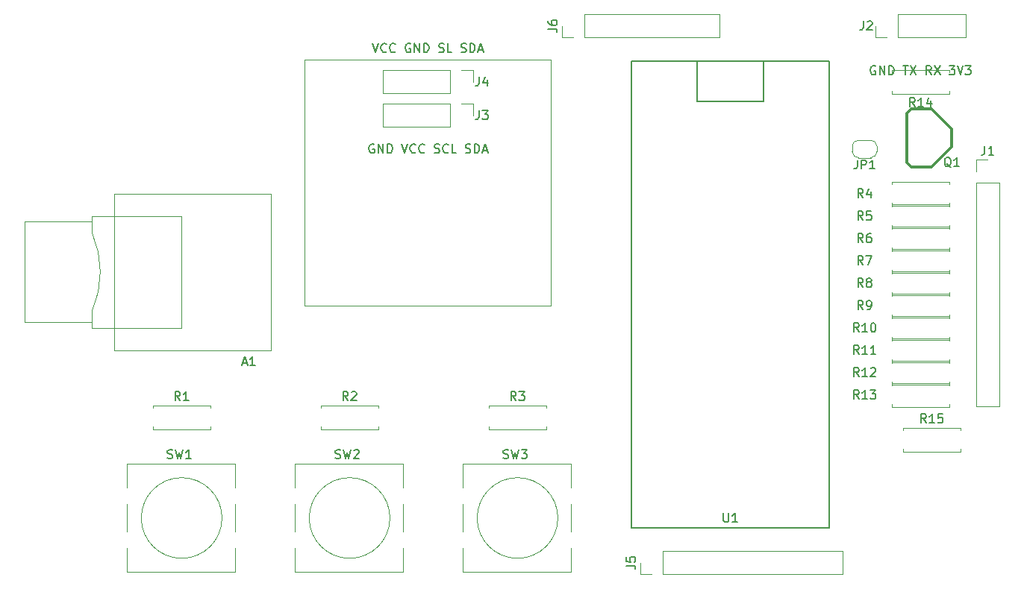
<source format=gbr>
%TF.GenerationSoftware,KiCad,Pcbnew,5.1.6-c6e7f7d~86~ubuntu16.04.1*%
%TF.CreationDate,2020-07-12T04:11:33+01:00*%
%TF.ProjectId,bluepill-pb1,626c7565-7069-46c6-9c2d-7062312e6b69,rev?*%
%TF.SameCoordinates,Original*%
%TF.FileFunction,Legend,Top*%
%TF.FilePolarity,Positive*%
%FSLAX46Y46*%
G04 Gerber Fmt 4.6, Leading zero omitted, Abs format (unit mm)*
G04 Created by KiCad (PCBNEW 5.1.6-c6e7f7d~86~ubuntu16.04.1) date 2020-07-12 04:11:33*
%MOMM*%
%LPD*%
G01*
G04 APERTURE LIST*
%ADD10C,0.120000*%
%ADD11C,0.150000*%
%ADD12C,0.304800*%
%ADD13C,0.203200*%
G04 APERTURE END LIST*
D10*
X100330000Y-91440000D02*
X100330000Y-63500000D01*
X128270000Y-91440000D02*
X100330000Y-91440000D01*
X128270000Y-63500000D02*
X128270000Y-91440000D01*
X100330000Y-63500000D02*
X128270000Y-63500000D01*
D11*
X165060952Y-64270000D02*
X164965714Y-64222380D01*
X164822857Y-64222380D01*
X164680000Y-64270000D01*
X164584761Y-64365238D01*
X164537142Y-64460476D01*
X164489523Y-64650952D01*
X164489523Y-64793809D01*
X164537142Y-64984285D01*
X164584761Y-65079523D01*
X164680000Y-65174761D01*
X164822857Y-65222380D01*
X164918095Y-65222380D01*
X165060952Y-65174761D01*
X165108571Y-65127142D01*
X165108571Y-64793809D01*
X164918095Y-64793809D01*
X165537142Y-65222380D02*
X165537142Y-64222380D01*
X166108571Y-65222380D01*
X166108571Y-64222380D01*
X166584761Y-65222380D02*
X166584761Y-64222380D01*
X166822857Y-64222380D01*
X166965714Y-64270000D01*
X167060952Y-64365238D01*
X167108571Y-64460476D01*
X167156190Y-64650952D01*
X167156190Y-64793809D01*
X167108571Y-64984285D01*
X167060952Y-65079523D01*
X166965714Y-65174761D01*
X166822857Y-65222380D01*
X166584761Y-65222380D01*
X168203809Y-64222380D02*
X168775238Y-64222380D01*
X168489523Y-65222380D02*
X168489523Y-64222380D01*
X169013333Y-64222380D02*
X169680000Y-65222380D01*
X169680000Y-64222380D02*
X169013333Y-65222380D01*
X171394285Y-65222380D02*
X171060952Y-64746190D01*
X170822857Y-65222380D02*
X170822857Y-64222380D01*
X171203809Y-64222380D01*
X171299047Y-64270000D01*
X171346666Y-64317619D01*
X171394285Y-64412857D01*
X171394285Y-64555714D01*
X171346666Y-64650952D01*
X171299047Y-64698571D01*
X171203809Y-64746190D01*
X170822857Y-64746190D01*
X171727619Y-64222380D02*
X172394285Y-65222380D01*
X172394285Y-64222380D02*
X171727619Y-65222380D01*
X173441904Y-64222380D02*
X174060952Y-64222380D01*
X173727619Y-64603333D01*
X173870476Y-64603333D01*
X173965714Y-64650952D01*
X174013333Y-64698571D01*
X174060952Y-64793809D01*
X174060952Y-65031904D01*
X174013333Y-65127142D01*
X173965714Y-65174761D01*
X173870476Y-65222380D01*
X173584761Y-65222380D01*
X173489523Y-65174761D01*
X173441904Y-65127142D01*
X174346666Y-64222380D02*
X174680000Y-65222380D01*
X175013333Y-64222380D01*
X175251428Y-64222380D02*
X175870476Y-64222380D01*
X175537142Y-64603333D01*
X175680000Y-64603333D01*
X175775238Y-64650952D01*
X175822857Y-64698571D01*
X175870476Y-64793809D01*
X175870476Y-65031904D01*
X175822857Y-65127142D01*
X175775238Y-65174761D01*
X175680000Y-65222380D01*
X175394285Y-65222380D01*
X175299047Y-65174761D01*
X175251428Y-65127142D01*
X108180952Y-73160000D02*
X108085714Y-73112380D01*
X107942857Y-73112380D01*
X107800000Y-73160000D01*
X107704761Y-73255238D01*
X107657142Y-73350476D01*
X107609523Y-73540952D01*
X107609523Y-73683809D01*
X107657142Y-73874285D01*
X107704761Y-73969523D01*
X107800000Y-74064761D01*
X107942857Y-74112380D01*
X108038095Y-74112380D01*
X108180952Y-74064761D01*
X108228571Y-74017142D01*
X108228571Y-73683809D01*
X108038095Y-73683809D01*
X108657142Y-74112380D02*
X108657142Y-73112380D01*
X109228571Y-74112380D01*
X109228571Y-73112380D01*
X109704761Y-74112380D02*
X109704761Y-73112380D01*
X109942857Y-73112380D01*
X110085714Y-73160000D01*
X110180952Y-73255238D01*
X110228571Y-73350476D01*
X110276190Y-73540952D01*
X110276190Y-73683809D01*
X110228571Y-73874285D01*
X110180952Y-73969523D01*
X110085714Y-74064761D01*
X109942857Y-74112380D01*
X109704761Y-74112380D01*
X111323809Y-73112380D02*
X111657142Y-74112380D01*
X111990476Y-73112380D01*
X112895238Y-74017142D02*
X112847619Y-74064761D01*
X112704761Y-74112380D01*
X112609523Y-74112380D01*
X112466666Y-74064761D01*
X112371428Y-73969523D01*
X112323809Y-73874285D01*
X112276190Y-73683809D01*
X112276190Y-73540952D01*
X112323809Y-73350476D01*
X112371428Y-73255238D01*
X112466666Y-73160000D01*
X112609523Y-73112380D01*
X112704761Y-73112380D01*
X112847619Y-73160000D01*
X112895238Y-73207619D01*
X113895238Y-74017142D02*
X113847619Y-74064761D01*
X113704761Y-74112380D01*
X113609523Y-74112380D01*
X113466666Y-74064761D01*
X113371428Y-73969523D01*
X113323809Y-73874285D01*
X113276190Y-73683809D01*
X113276190Y-73540952D01*
X113323809Y-73350476D01*
X113371428Y-73255238D01*
X113466666Y-73160000D01*
X113609523Y-73112380D01*
X113704761Y-73112380D01*
X113847619Y-73160000D01*
X113895238Y-73207619D01*
X115038095Y-74064761D02*
X115180952Y-74112380D01*
X115419047Y-74112380D01*
X115514285Y-74064761D01*
X115561904Y-74017142D01*
X115609523Y-73921904D01*
X115609523Y-73826666D01*
X115561904Y-73731428D01*
X115514285Y-73683809D01*
X115419047Y-73636190D01*
X115228571Y-73588571D01*
X115133333Y-73540952D01*
X115085714Y-73493333D01*
X115038095Y-73398095D01*
X115038095Y-73302857D01*
X115085714Y-73207619D01*
X115133333Y-73160000D01*
X115228571Y-73112380D01*
X115466666Y-73112380D01*
X115609523Y-73160000D01*
X116609523Y-74017142D02*
X116561904Y-74064761D01*
X116419047Y-74112380D01*
X116323809Y-74112380D01*
X116180952Y-74064761D01*
X116085714Y-73969523D01*
X116038095Y-73874285D01*
X115990476Y-73683809D01*
X115990476Y-73540952D01*
X116038095Y-73350476D01*
X116085714Y-73255238D01*
X116180952Y-73160000D01*
X116323809Y-73112380D01*
X116419047Y-73112380D01*
X116561904Y-73160000D01*
X116609523Y-73207619D01*
X117514285Y-74112380D02*
X117038095Y-74112380D01*
X117038095Y-73112380D01*
X118561904Y-74064761D02*
X118704761Y-74112380D01*
X118942857Y-74112380D01*
X119038095Y-74064761D01*
X119085714Y-74017142D01*
X119133333Y-73921904D01*
X119133333Y-73826666D01*
X119085714Y-73731428D01*
X119038095Y-73683809D01*
X118942857Y-73636190D01*
X118752380Y-73588571D01*
X118657142Y-73540952D01*
X118609523Y-73493333D01*
X118561904Y-73398095D01*
X118561904Y-73302857D01*
X118609523Y-73207619D01*
X118657142Y-73160000D01*
X118752380Y-73112380D01*
X118990476Y-73112380D01*
X119133333Y-73160000D01*
X119561904Y-74112380D02*
X119561904Y-73112380D01*
X119799999Y-73112380D01*
X119942857Y-73160000D01*
X120038095Y-73255238D01*
X120085714Y-73350476D01*
X120133333Y-73540952D01*
X120133333Y-73683809D01*
X120085714Y-73874285D01*
X120038095Y-73969523D01*
X119942857Y-74064761D01*
X119799999Y-74112380D01*
X119561904Y-74112380D01*
X120514285Y-73826666D02*
X120990476Y-73826666D01*
X120419047Y-74112380D02*
X120752380Y-73112380D01*
X121085714Y-74112380D01*
X108014285Y-61682380D02*
X108347619Y-62682380D01*
X108680952Y-61682380D01*
X109585714Y-62587142D02*
X109538095Y-62634761D01*
X109395238Y-62682380D01*
X109300000Y-62682380D01*
X109157142Y-62634761D01*
X109061904Y-62539523D01*
X109014285Y-62444285D01*
X108966666Y-62253809D01*
X108966666Y-62110952D01*
X109014285Y-61920476D01*
X109061904Y-61825238D01*
X109157142Y-61730000D01*
X109300000Y-61682380D01*
X109395238Y-61682380D01*
X109538095Y-61730000D01*
X109585714Y-61777619D01*
X110585714Y-62587142D02*
X110538095Y-62634761D01*
X110395238Y-62682380D01*
X110300000Y-62682380D01*
X110157142Y-62634761D01*
X110061904Y-62539523D01*
X110014285Y-62444285D01*
X109966666Y-62253809D01*
X109966666Y-62110952D01*
X110014285Y-61920476D01*
X110061904Y-61825238D01*
X110157142Y-61730000D01*
X110300000Y-61682380D01*
X110395238Y-61682380D01*
X110538095Y-61730000D01*
X110585714Y-61777619D01*
X112300000Y-61730000D02*
X112204761Y-61682380D01*
X112061904Y-61682380D01*
X111919047Y-61730000D01*
X111823809Y-61825238D01*
X111776190Y-61920476D01*
X111728571Y-62110952D01*
X111728571Y-62253809D01*
X111776190Y-62444285D01*
X111823809Y-62539523D01*
X111919047Y-62634761D01*
X112061904Y-62682380D01*
X112157142Y-62682380D01*
X112300000Y-62634761D01*
X112347619Y-62587142D01*
X112347619Y-62253809D01*
X112157142Y-62253809D01*
X112776190Y-62682380D02*
X112776190Y-61682380D01*
X113347619Y-62682380D01*
X113347619Y-61682380D01*
X113823809Y-62682380D02*
X113823809Y-61682380D01*
X114061904Y-61682380D01*
X114204761Y-61730000D01*
X114300000Y-61825238D01*
X114347619Y-61920476D01*
X114395238Y-62110952D01*
X114395238Y-62253809D01*
X114347619Y-62444285D01*
X114300000Y-62539523D01*
X114204761Y-62634761D01*
X114061904Y-62682380D01*
X113823809Y-62682380D01*
X115538095Y-62634761D02*
X115680952Y-62682380D01*
X115919047Y-62682380D01*
X116014285Y-62634761D01*
X116061904Y-62587142D01*
X116109523Y-62491904D01*
X116109523Y-62396666D01*
X116061904Y-62301428D01*
X116014285Y-62253809D01*
X115919047Y-62206190D01*
X115728571Y-62158571D01*
X115633333Y-62110952D01*
X115585714Y-62063333D01*
X115538095Y-61968095D01*
X115538095Y-61872857D01*
X115585714Y-61777619D01*
X115633333Y-61730000D01*
X115728571Y-61682380D01*
X115966666Y-61682380D01*
X116109523Y-61730000D01*
X117014285Y-62682380D02*
X116538095Y-62682380D01*
X116538095Y-61682380D01*
X118061904Y-62634761D02*
X118204761Y-62682380D01*
X118442857Y-62682380D01*
X118538095Y-62634761D01*
X118585714Y-62587142D01*
X118633333Y-62491904D01*
X118633333Y-62396666D01*
X118585714Y-62301428D01*
X118538095Y-62253809D01*
X118442857Y-62206190D01*
X118252380Y-62158571D01*
X118157142Y-62110952D01*
X118109523Y-62063333D01*
X118061904Y-61968095D01*
X118061904Y-61872857D01*
X118109523Y-61777619D01*
X118157142Y-61730000D01*
X118252380Y-61682380D01*
X118490476Y-61682380D01*
X118633333Y-61730000D01*
X119061904Y-62682380D02*
X119061904Y-61682380D01*
X119299999Y-61682380D01*
X119442857Y-61730000D01*
X119538095Y-61825238D01*
X119585714Y-61920476D01*
X119633333Y-62110952D01*
X119633333Y-62253809D01*
X119585714Y-62444285D01*
X119538095Y-62539523D01*
X119442857Y-62634761D01*
X119299999Y-62682380D01*
X119061904Y-62682380D01*
X120014285Y-62396666D02*
X120490476Y-62396666D01*
X119919047Y-62682380D02*
X120252380Y-61682380D01*
X120585714Y-62682380D01*
D10*
%TO.C,R15*%
X168180000Y-105640000D02*
X168180000Y-105310000D01*
X168180000Y-105310000D02*
X174720000Y-105310000D01*
X174720000Y-105310000D02*
X174720000Y-105640000D01*
X168180000Y-107720000D02*
X168180000Y-108050000D01*
X168180000Y-108050000D02*
X174720000Y-108050000D01*
X174720000Y-108050000D02*
X174720000Y-107720000D01*
D11*
%TO.C,U1*%
X137340000Y-116670000D02*
X137340000Y-63670000D01*
X159840000Y-116670000D02*
X137340000Y-116670000D01*
X159840000Y-63670000D02*
X159840000Y-116670000D01*
X137340000Y-63670000D02*
X159840000Y-63670000D01*
X152390000Y-68270000D02*
X152390000Y-63770000D01*
X144790000Y-68270000D02*
X152390000Y-68270000D01*
X144790000Y-63770000D02*
X144790000Y-68270000D01*
D10*
%TO.C,SW2*%
X111460000Y-109380000D02*
X111460000Y-112100000D01*
X111460000Y-118960000D02*
X111460000Y-121680000D01*
X99160000Y-117100000D02*
X99160000Y-113960000D01*
X99160000Y-121680000D02*
X99160000Y-118960000D01*
X109989050Y-115570000D02*
G75*
G03*
X109989050Y-115570000I-4579050J0D01*
G01*
X99160000Y-112100000D02*
X99160000Y-109380000D01*
X111460000Y-121680000D02*
X99160000Y-121680000D01*
X111460000Y-113960000D02*
X111460000Y-117100000D01*
X99160000Y-109380000D02*
X111460000Y-109380000D01*
%TO.C,J6*%
X129480000Y-61020000D02*
X129480000Y-59690000D01*
X130810000Y-61020000D02*
X129480000Y-61020000D01*
X132080000Y-61020000D02*
X132080000Y-58360000D01*
X132080000Y-58360000D02*
X147380000Y-58360000D01*
X132080000Y-61020000D02*
X147380000Y-61020000D01*
X147380000Y-61020000D02*
X147380000Y-58360000D01*
%TO.C,J5*%
X138370000Y-121980000D02*
X138370000Y-120650000D01*
X139700000Y-121980000D02*
X138370000Y-121980000D01*
X140970000Y-121980000D02*
X140970000Y-119320000D01*
X140970000Y-119320000D02*
X161350000Y-119320000D01*
X140970000Y-121980000D02*
X161350000Y-121980000D01*
X161350000Y-121980000D02*
X161350000Y-119320000D01*
%TO.C,R14*%
X166910000Y-64670000D02*
X166910000Y-65000000D01*
X173450000Y-64670000D02*
X166910000Y-64670000D01*
X173450000Y-65000000D02*
X173450000Y-64670000D01*
X166910000Y-67410000D02*
X166910000Y-67080000D01*
X173450000Y-67410000D02*
X166910000Y-67410000D01*
X173450000Y-67080000D02*
X173450000Y-67410000D01*
D12*
%TO.C,Q1*%
X171450000Y-75692000D02*
X169164000Y-75692000D01*
X169164000Y-75692000D02*
X168656000Y-75184000D01*
X168656000Y-75184000D02*
X168656000Y-69596000D01*
X168656000Y-69596000D02*
X169164000Y-69088000D01*
X169164000Y-69088000D02*
X171450000Y-69088000D01*
X173736000Y-73406000D02*
X171450000Y-75692000D01*
X173736000Y-71374000D02*
X171450000Y-69088000D01*
X173736000Y-71374000D02*
X173736000Y-73406000D01*
D10*
%TO.C,J4*%
X109160000Y-64710000D02*
X109160000Y-67370000D01*
X116840000Y-64710000D02*
X109160000Y-64710000D01*
X116840000Y-67370000D02*
X109160000Y-67370000D01*
X116840000Y-64710000D02*
X116840000Y-67370000D01*
X118110000Y-64710000D02*
X119440000Y-64710000D01*
X119440000Y-64710000D02*
X119440000Y-66040000D01*
%TO.C,J2*%
X175320000Y-61020000D02*
X175320000Y-58360000D01*
X167640000Y-61020000D02*
X175320000Y-61020000D01*
X167640000Y-58360000D02*
X175320000Y-58360000D01*
X167640000Y-61020000D02*
X167640000Y-58360000D01*
X166370000Y-61020000D02*
X165040000Y-61020000D01*
X165040000Y-61020000D02*
X165040000Y-59690000D01*
%TO.C,J1*%
X176470000Y-102930000D02*
X179130000Y-102930000D01*
X176470000Y-77470000D02*
X176470000Y-102930000D01*
X179130000Y-77470000D02*
X179130000Y-102930000D01*
X176470000Y-77470000D02*
X179130000Y-77470000D01*
X176470000Y-76200000D02*
X176470000Y-74870000D01*
X176470000Y-74870000D02*
X177800000Y-74870000D01*
%TO.C,JP1*%
X165230000Y-73360000D02*
X165230000Y-73960000D01*
X163130000Y-72660000D02*
X164530000Y-72660000D01*
X162430000Y-73960000D02*
X162430000Y-73360000D01*
X164530000Y-74660000D02*
X163130000Y-74660000D01*
X165230000Y-73960000D02*
G75*
G02*
X164530000Y-74660000I-700000J0D01*
G01*
X164530000Y-72660000D02*
G75*
G02*
X165230000Y-73360000I0J-700000D01*
G01*
X162430000Y-73360000D02*
G75*
G02*
X163130000Y-72660000I700000J0D01*
G01*
X163130000Y-74660000D02*
G75*
G02*
X162430000Y-73960000I0J700000D01*
G01*
%TO.C,R13*%
X166910000Y-100560000D02*
X166910000Y-100230000D01*
X166910000Y-100230000D02*
X173450000Y-100230000D01*
X173450000Y-100230000D02*
X173450000Y-100560000D01*
X166910000Y-102640000D02*
X166910000Y-102970000D01*
X166910000Y-102970000D02*
X173450000Y-102970000D01*
X173450000Y-102970000D02*
X173450000Y-102640000D01*
%TO.C,R12*%
X166910000Y-98020000D02*
X166910000Y-97690000D01*
X166910000Y-97690000D02*
X173450000Y-97690000D01*
X173450000Y-97690000D02*
X173450000Y-98020000D01*
X166910000Y-100100000D02*
X166910000Y-100430000D01*
X166910000Y-100430000D02*
X173450000Y-100430000D01*
X173450000Y-100430000D02*
X173450000Y-100100000D01*
%TO.C,R11*%
X166910000Y-95480000D02*
X166910000Y-95150000D01*
X166910000Y-95150000D02*
X173450000Y-95150000D01*
X173450000Y-95150000D02*
X173450000Y-95480000D01*
X166910000Y-97560000D02*
X166910000Y-97890000D01*
X166910000Y-97890000D02*
X173450000Y-97890000D01*
X173450000Y-97890000D02*
X173450000Y-97560000D01*
%TO.C,R10*%
X166910000Y-92940000D02*
X166910000Y-92610000D01*
X166910000Y-92610000D02*
X173450000Y-92610000D01*
X173450000Y-92610000D02*
X173450000Y-92940000D01*
X166910000Y-95020000D02*
X166910000Y-95350000D01*
X166910000Y-95350000D02*
X173450000Y-95350000D01*
X173450000Y-95350000D02*
X173450000Y-95020000D01*
%TO.C,R9*%
X166910000Y-90400000D02*
X166910000Y-90070000D01*
X166910000Y-90070000D02*
X173450000Y-90070000D01*
X173450000Y-90070000D02*
X173450000Y-90400000D01*
X166910000Y-92480000D02*
X166910000Y-92810000D01*
X166910000Y-92810000D02*
X173450000Y-92810000D01*
X173450000Y-92810000D02*
X173450000Y-92480000D01*
%TO.C,R8*%
X166910000Y-87860000D02*
X166910000Y-87530000D01*
X166910000Y-87530000D02*
X173450000Y-87530000D01*
X173450000Y-87530000D02*
X173450000Y-87860000D01*
X166910000Y-89940000D02*
X166910000Y-90270000D01*
X166910000Y-90270000D02*
X173450000Y-90270000D01*
X173450000Y-90270000D02*
X173450000Y-89940000D01*
%TO.C,R7*%
X166910000Y-85320000D02*
X166910000Y-84990000D01*
X166910000Y-84990000D02*
X173450000Y-84990000D01*
X173450000Y-84990000D02*
X173450000Y-85320000D01*
X166910000Y-87400000D02*
X166910000Y-87730000D01*
X166910000Y-87730000D02*
X173450000Y-87730000D01*
X173450000Y-87730000D02*
X173450000Y-87400000D01*
%TO.C,R6*%
X166910000Y-82780000D02*
X166910000Y-82450000D01*
X166910000Y-82450000D02*
X173450000Y-82450000D01*
X173450000Y-82450000D02*
X173450000Y-82780000D01*
X166910000Y-84860000D02*
X166910000Y-85190000D01*
X166910000Y-85190000D02*
X173450000Y-85190000D01*
X173450000Y-85190000D02*
X173450000Y-84860000D01*
%TO.C,R5*%
X166910000Y-80240000D02*
X166910000Y-79910000D01*
X166910000Y-79910000D02*
X173450000Y-79910000D01*
X173450000Y-79910000D02*
X173450000Y-80240000D01*
X166910000Y-82320000D02*
X166910000Y-82650000D01*
X166910000Y-82650000D02*
X173450000Y-82650000D01*
X173450000Y-82650000D02*
X173450000Y-82320000D01*
%TO.C,R4*%
X166910000Y-77700000D02*
X166910000Y-77370000D01*
X166910000Y-77370000D02*
X173450000Y-77370000D01*
X173450000Y-77370000D02*
X173450000Y-77700000D01*
X166910000Y-79780000D02*
X166910000Y-80110000D01*
X166910000Y-80110000D02*
X173450000Y-80110000D01*
X173450000Y-80110000D02*
X173450000Y-79780000D01*
%TO.C,SW3*%
X130510000Y-109380000D02*
X130510000Y-112100000D01*
X130510000Y-118960000D02*
X130510000Y-121680000D01*
X118210000Y-117100000D02*
X118210000Y-113960000D01*
X118210000Y-121680000D02*
X118210000Y-118960000D01*
X129039050Y-115570000D02*
G75*
G03*
X129039050Y-115570000I-4579050J0D01*
G01*
X118210000Y-112100000D02*
X118210000Y-109380000D01*
X130510000Y-121680000D02*
X118210000Y-121680000D01*
X130510000Y-113960000D02*
X130510000Y-117100000D01*
X118210000Y-109380000D02*
X130510000Y-109380000D01*
%TO.C,SW1*%
X92410000Y-109380000D02*
X92410000Y-112100000D01*
X92410000Y-118960000D02*
X92410000Y-121680000D01*
X80110000Y-117100000D02*
X80110000Y-113960000D01*
X80110000Y-121680000D02*
X80110000Y-118960000D01*
X90939050Y-115570000D02*
G75*
G03*
X90939050Y-115570000I-4579050J0D01*
G01*
X80110000Y-112100000D02*
X80110000Y-109380000D01*
X92410000Y-121680000D02*
X80110000Y-121680000D01*
X92410000Y-113960000D02*
X92410000Y-117100000D01*
X80110000Y-109380000D02*
X92410000Y-109380000D01*
%TO.C,R3*%
X127730000Y-105510000D02*
X127730000Y-105180000D01*
X121190000Y-105510000D02*
X127730000Y-105510000D01*
X121190000Y-105180000D02*
X121190000Y-105510000D01*
X127730000Y-102770000D02*
X127730000Y-103100000D01*
X121190000Y-102770000D02*
X127730000Y-102770000D01*
X121190000Y-103100000D02*
X121190000Y-102770000D01*
%TO.C,R2*%
X108680000Y-105510000D02*
X108680000Y-105180000D01*
X102140000Y-105510000D02*
X108680000Y-105510000D01*
X102140000Y-105180000D02*
X102140000Y-105510000D01*
X108680000Y-102770000D02*
X108680000Y-103100000D01*
X102140000Y-102770000D02*
X108680000Y-102770000D01*
X102140000Y-103100000D02*
X102140000Y-102770000D01*
%TO.C,R1*%
X89630000Y-105510000D02*
X89630000Y-105180000D01*
X83090000Y-105510000D02*
X89630000Y-105510000D01*
X83090000Y-105180000D02*
X83090000Y-105510000D01*
X89630000Y-102770000D02*
X89630000Y-103100000D01*
X83090000Y-102770000D02*
X89630000Y-102770000D01*
X83090000Y-103100000D02*
X83090000Y-102770000D01*
%TO.C,J3*%
X119440000Y-68520000D02*
X119440000Y-69850000D01*
X118110000Y-68520000D02*
X119440000Y-68520000D01*
X116840000Y-68520000D02*
X116840000Y-71180000D01*
X116840000Y-71180000D02*
X109160000Y-71180000D01*
X116840000Y-68520000D02*
X109160000Y-68520000D01*
X109160000Y-68520000D02*
X109160000Y-71180000D01*
%TO.C,A1*%
X68580000Y-81915000D02*
X76200000Y-81915000D01*
X68580000Y-93345000D02*
X68580000Y-81915000D01*
X76200000Y-93345000D02*
X68580000Y-93345000D01*
X76200000Y-81280000D02*
X76200000Y-83185000D01*
X76200000Y-93980000D02*
X76200000Y-92075000D01*
X86360000Y-93980000D02*
X76200000Y-93980000D01*
X86360000Y-81280000D02*
X76200000Y-81280000D01*
X86360000Y-93980000D02*
X86360000Y-81280000D01*
X96520000Y-78740000D02*
X96520000Y-96520000D01*
X78740000Y-78740000D02*
X96520000Y-78740000D01*
X78740000Y-96520000D02*
X78740000Y-78740000D01*
X96520000Y-96520000D02*
X78740000Y-96520000D01*
X76200000Y-83185001D02*
G75*
G02*
X76200000Y-92075000I-10160000J-4444999D01*
G01*
%TO.C,R15*%
D11*
X170807142Y-104762380D02*
X170473809Y-104286190D01*
X170235714Y-104762380D02*
X170235714Y-103762380D01*
X170616666Y-103762380D01*
X170711904Y-103810000D01*
X170759523Y-103857619D01*
X170807142Y-103952857D01*
X170807142Y-104095714D01*
X170759523Y-104190952D01*
X170711904Y-104238571D01*
X170616666Y-104286190D01*
X170235714Y-104286190D01*
X171759523Y-104762380D02*
X171188095Y-104762380D01*
X171473809Y-104762380D02*
X171473809Y-103762380D01*
X171378571Y-103905238D01*
X171283333Y-104000476D01*
X171188095Y-104048095D01*
X172664285Y-103762380D02*
X172188095Y-103762380D01*
X172140476Y-104238571D01*
X172188095Y-104190952D01*
X172283333Y-104143333D01*
X172521428Y-104143333D01*
X172616666Y-104190952D01*
X172664285Y-104238571D01*
X172711904Y-104333809D01*
X172711904Y-104571904D01*
X172664285Y-104667142D01*
X172616666Y-104714761D01*
X172521428Y-104762380D01*
X172283333Y-104762380D01*
X172188095Y-104714761D01*
X172140476Y-104667142D01*
%TO.C,U1*%
X147828095Y-115022380D02*
X147828095Y-115831904D01*
X147875714Y-115927142D01*
X147923333Y-115974761D01*
X148018571Y-116022380D01*
X148209047Y-116022380D01*
X148304285Y-115974761D01*
X148351904Y-115927142D01*
X148399523Y-115831904D01*
X148399523Y-115022380D01*
X149399523Y-116022380D02*
X148828095Y-116022380D01*
X149113809Y-116022380D02*
X149113809Y-115022380D01*
X149018571Y-115165238D01*
X148923333Y-115260476D01*
X148828095Y-115308095D01*
%TO.C,SW2*%
X103806666Y-108774761D02*
X103949523Y-108822380D01*
X104187619Y-108822380D01*
X104282857Y-108774761D01*
X104330476Y-108727142D01*
X104378095Y-108631904D01*
X104378095Y-108536666D01*
X104330476Y-108441428D01*
X104282857Y-108393809D01*
X104187619Y-108346190D01*
X103997142Y-108298571D01*
X103901904Y-108250952D01*
X103854285Y-108203333D01*
X103806666Y-108108095D01*
X103806666Y-108012857D01*
X103854285Y-107917619D01*
X103901904Y-107870000D01*
X103997142Y-107822380D01*
X104235238Y-107822380D01*
X104378095Y-107870000D01*
X104711428Y-107822380D02*
X104949523Y-108822380D01*
X105140000Y-108108095D01*
X105330476Y-108822380D01*
X105568571Y-107822380D01*
X105901904Y-107917619D02*
X105949523Y-107870000D01*
X106044761Y-107822380D01*
X106282857Y-107822380D01*
X106378095Y-107870000D01*
X106425714Y-107917619D01*
X106473333Y-108012857D01*
X106473333Y-108108095D01*
X106425714Y-108250952D01*
X105854285Y-108822380D01*
X106473333Y-108822380D01*
%TO.C,J6*%
X127932380Y-60023333D02*
X128646666Y-60023333D01*
X128789523Y-60070952D01*
X128884761Y-60166190D01*
X128932380Y-60309047D01*
X128932380Y-60404285D01*
X127932380Y-59118571D02*
X127932380Y-59309047D01*
X127980000Y-59404285D01*
X128027619Y-59451904D01*
X128170476Y-59547142D01*
X128360952Y-59594761D01*
X128741904Y-59594761D01*
X128837142Y-59547142D01*
X128884761Y-59499523D01*
X128932380Y-59404285D01*
X128932380Y-59213809D01*
X128884761Y-59118571D01*
X128837142Y-59070952D01*
X128741904Y-59023333D01*
X128503809Y-59023333D01*
X128408571Y-59070952D01*
X128360952Y-59118571D01*
X128313333Y-59213809D01*
X128313333Y-59404285D01*
X128360952Y-59499523D01*
X128408571Y-59547142D01*
X128503809Y-59594761D01*
%TO.C,J5*%
X136822380Y-120983333D02*
X137536666Y-120983333D01*
X137679523Y-121030952D01*
X137774761Y-121126190D01*
X137822380Y-121269047D01*
X137822380Y-121364285D01*
X136822380Y-120030952D02*
X136822380Y-120507142D01*
X137298571Y-120554761D01*
X137250952Y-120507142D01*
X137203333Y-120411904D01*
X137203333Y-120173809D01*
X137250952Y-120078571D01*
X137298571Y-120030952D01*
X137393809Y-119983333D01*
X137631904Y-119983333D01*
X137727142Y-120030952D01*
X137774761Y-120078571D01*
X137822380Y-120173809D01*
X137822380Y-120411904D01*
X137774761Y-120507142D01*
X137727142Y-120554761D01*
%TO.C,R14*%
X169537142Y-68862380D02*
X169203809Y-68386190D01*
X168965714Y-68862380D02*
X168965714Y-67862380D01*
X169346666Y-67862380D01*
X169441904Y-67910000D01*
X169489523Y-67957619D01*
X169537142Y-68052857D01*
X169537142Y-68195714D01*
X169489523Y-68290952D01*
X169441904Y-68338571D01*
X169346666Y-68386190D01*
X168965714Y-68386190D01*
X170489523Y-68862380D02*
X169918095Y-68862380D01*
X170203809Y-68862380D02*
X170203809Y-67862380D01*
X170108571Y-68005238D01*
X170013333Y-68100476D01*
X169918095Y-68148095D01*
X171346666Y-68195714D02*
X171346666Y-68862380D01*
X171108571Y-67814761D02*
X170870476Y-68529047D01*
X171489523Y-68529047D01*
%TO.C,Q1*%
D13*
X173639238Y-75740380D02*
X173542476Y-75692000D01*
X173445714Y-75595238D01*
X173300571Y-75450095D01*
X173203809Y-75401714D01*
X173107047Y-75401714D01*
X173155428Y-75643619D02*
X173058666Y-75595238D01*
X172961904Y-75498476D01*
X172913523Y-75304952D01*
X172913523Y-74966285D01*
X172961904Y-74772761D01*
X173058666Y-74676000D01*
X173155428Y-74627619D01*
X173348952Y-74627619D01*
X173445714Y-74676000D01*
X173542476Y-74772761D01*
X173590857Y-74966285D01*
X173590857Y-75304952D01*
X173542476Y-75498476D01*
X173445714Y-75595238D01*
X173348952Y-75643619D01*
X173155428Y-75643619D01*
X174558476Y-75643619D02*
X173977904Y-75643619D01*
X174268190Y-75643619D02*
X174268190Y-74627619D01*
X174171428Y-74772761D01*
X174074666Y-74869523D01*
X173977904Y-74917904D01*
%TO.C,J4*%
D11*
X120106666Y-65492380D02*
X120106666Y-66206666D01*
X120059047Y-66349523D01*
X119963809Y-66444761D01*
X119820952Y-66492380D01*
X119725714Y-66492380D01*
X121011428Y-65825714D02*
X121011428Y-66492380D01*
X120773333Y-65444761D02*
X120535238Y-66159047D01*
X121154285Y-66159047D01*
%TO.C,J2*%
X163706666Y-59142380D02*
X163706666Y-59856666D01*
X163659047Y-59999523D01*
X163563809Y-60094761D01*
X163420952Y-60142380D01*
X163325714Y-60142380D01*
X164135238Y-59237619D02*
X164182857Y-59190000D01*
X164278095Y-59142380D01*
X164516190Y-59142380D01*
X164611428Y-59190000D01*
X164659047Y-59237619D01*
X164706666Y-59332857D01*
X164706666Y-59428095D01*
X164659047Y-59570952D01*
X164087619Y-60142380D01*
X164706666Y-60142380D01*
%TO.C,J1*%
X177466666Y-73322380D02*
X177466666Y-74036666D01*
X177419047Y-74179523D01*
X177323809Y-74274761D01*
X177180952Y-74322380D01*
X177085714Y-74322380D01*
X178466666Y-74322380D02*
X177895238Y-74322380D01*
X178180952Y-74322380D02*
X178180952Y-73322380D01*
X178085714Y-73465238D01*
X177990476Y-73560476D01*
X177895238Y-73608095D01*
%TO.C,JP1*%
X162996666Y-74912380D02*
X162996666Y-75626666D01*
X162949047Y-75769523D01*
X162853809Y-75864761D01*
X162710952Y-75912380D01*
X162615714Y-75912380D01*
X163472857Y-75912380D02*
X163472857Y-74912380D01*
X163853809Y-74912380D01*
X163949047Y-74960000D01*
X163996666Y-75007619D01*
X164044285Y-75102857D01*
X164044285Y-75245714D01*
X163996666Y-75340952D01*
X163949047Y-75388571D01*
X163853809Y-75436190D01*
X163472857Y-75436190D01*
X164996666Y-75912380D02*
X164425238Y-75912380D01*
X164710952Y-75912380D02*
X164710952Y-74912380D01*
X164615714Y-75055238D01*
X164520476Y-75150476D01*
X164425238Y-75198095D01*
%TO.C,R13*%
X163187142Y-102052380D02*
X162853809Y-101576190D01*
X162615714Y-102052380D02*
X162615714Y-101052380D01*
X162996666Y-101052380D01*
X163091904Y-101100000D01*
X163139523Y-101147619D01*
X163187142Y-101242857D01*
X163187142Y-101385714D01*
X163139523Y-101480952D01*
X163091904Y-101528571D01*
X162996666Y-101576190D01*
X162615714Y-101576190D01*
X164139523Y-102052380D02*
X163568095Y-102052380D01*
X163853809Y-102052380D02*
X163853809Y-101052380D01*
X163758571Y-101195238D01*
X163663333Y-101290476D01*
X163568095Y-101338095D01*
X164472857Y-101052380D02*
X165091904Y-101052380D01*
X164758571Y-101433333D01*
X164901428Y-101433333D01*
X164996666Y-101480952D01*
X165044285Y-101528571D01*
X165091904Y-101623809D01*
X165091904Y-101861904D01*
X165044285Y-101957142D01*
X164996666Y-102004761D01*
X164901428Y-102052380D01*
X164615714Y-102052380D01*
X164520476Y-102004761D01*
X164472857Y-101957142D01*
%TO.C,R12*%
X163187142Y-99512380D02*
X162853809Y-99036190D01*
X162615714Y-99512380D02*
X162615714Y-98512380D01*
X162996666Y-98512380D01*
X163091904Y-98560000D01*
X163139523Y-98607619D01*
X163187142Y-98702857D01*
X163187142Y-98845714D01*
X163139523Y-98940952D01*
X163091904Y-98988571D01*
X162996666Y-99036190D01*
X162615714Y-99036190D01*
X164139523Y-99512380D02*
X163568095Y-99512380D01*
X163853809Y-99512380D02*
X163853809Y-98512380D01*
X163758571Y-98655238D01*
X163663333Y-98750476D01*
X163568095Y-98798095D01*
X164520476Y-98607619D02*
X164568095Y-98560000D01*
X164663333Y-98512380D01*
X164901428Y-98512380D01*
X164996666Y-98560000D01*
X165044285Y-98607619D01*
X165091904Y-98702857D01*
X165091904Y-98798095D01*
X165044285Y-98940952D01*
X164472857Y-99512380D01*
X165091904Y-99512380D01*
%TO.C,R11*%
X163187142Y-96972380D02*
X162853809Y-96496190D01*
X162615714Y-96972380D02*
X162615714Y-95972380D01*
X162996666Y-95972380D01*
X163091904Y-96020000D01*
X163139523Y-96067619D01*
X163187142Y-96162857D01*
X163187142Y-96305714D01*
X163139523Y-96400952D01*
X163091904Y-96448571D01*
X162996666Y-96496190D01*
X162615714Y-96496190D01*
X164139523Y-96972380D02*
X163568095Y-96972380D01*
X163853809Y-96972380D02*
X163853809Y-95972380D01*
X163758571Y-96115238D01*
X163663333Y-96210476D01*
X163568095Y-96258095D01*
X165091904Y-96972380D02*
X164520476Y-96972380D01*
X164806190Y-96972380D02*
X164806190Y-95972380D01*
X164710952Y-96115238D01*
X164615714Y-96210476D01*
X164520476Y-96258095D01*
%TO.C,R10*%
X163187142Y-94432380D02*
X162853809Y-93956190D01*
X162615714Y-94432380D02*
X162615714Y-93432380D01*
X162996666Y-93432380D01*
X163091904Y-93480000D01*
X163139523Y-93527619D01*
X163187142Y-93622857D01*
X163187142Y-93765714D01*
X163139523Y-93860952D01*
X163091904Y-93908571D01*
X162996666Y-93956190D01*
X162615714Y-93956190D01*
X164139523Y-94432380D02*
X163568095Y-94432380D01*
X163853809Y-94432380D02*
X163853809Y-93432380D01*
X163758571Y-93575238D01*
X163663333Y-93670476D01*
X163568095Y-93718095D01*
X164758571Y-93432380D02*
X164853809Y-93432380D01*
X164949047Y-93480000D01*
X164996666Y-93527619D01*
X165044285Y-93622857D01*
X165091904Y-93813333D01*
X165091904Y-94051428D01*
X165044285Y-94241904D01*
X164996666Y-94337142D01*
X164949047Y-94384761D01*
X164853809Y-94432380D01*
X164758571Y-94432380D01*
X164663333Y-94384761D01*
X164615714Y-94337142D01*
X164568095Y-94241904D01*
X164520476Y-94051428D01*
X164520476Y-93813333D01*
X164568095Y-93622857D01*
X164615714Y-93527619D01*
X164663333Y-93480000D01*
X164758571Y-93432380D01*
%TO.C,R9*%
X163663333Y-91892380D02*
X163330000Y-91416190D01*
X163091904Y-91892380D02*
X163091904Y-90892380D01*
X163472857Y-90892380D01*
X163568095Y-90940000D01*
X163615714Y-90987619D01*
X163663333Y-91082857D01*
X163663333Y-91225714D01*
X163615714Y-91320952D01*
X163568095Y-91368571D01*
X163472857Y-91416190D01*
X163091904Y-91416190D01*
X164139523Y-91892380D02*
X164330000Y-91892380D01*
X164425238Y-91844761D01*
X164472857Y-91797142D01*
X164568095Y-91654285D01*
X164615714Y-91463809D01*
X164615714Y-91082857D01*
X164568095Y-90987619D01*
X164520476Y-90940000D01*
X164425238Y-90892380D01*
X164234761Y-90892380D01*
X164139523Y-90940000D01*
X164091904Y-90987619D01*
X164044285Y-91082857D01*
X164044285Y-91320952D01*
X164091904Y-91416190D01*
X164139523Y-91463809D01*
X164234761Y-91511428D01*
X164425238Y-91511428D01*
X164520476Y-91463809D01*
X164568095Y-91416190D01*
X164615714Y-91320952D01*
%TO.C,R8*%
X163663333Y-89352380D02*
X163330000Y-88876190D01*
X163091904Y-89352380D02*
X163091904Y-88352380D01*
X163472857Y-88352380D01*
X163568095Y-88400000D01*
X163615714Y-88447619D01*
X163663333Y-88542857D01*
X163663333Y-88685714D01*
X163615714Y-88780952D01*
X163568095Y-88828571D01*
X163472857Y-88876190D01*
X163091904Y-88876190D01*
X164234761Y-88780952D02*
X164139523Y-88733333D01*
X164091904Y-88685714D01*
X164044285Y-88590476D01*
X164044285Y-88542857D01*
X164091904Y-88447619D01*
X164139523Y-88400000D01*
X164234761Y-88352380D01*
X164425238Y-88352380D01*
X164520476Y-88400000D01*
X164568095Y-88447619D01*
X164615714Y-88542857D01*
X164615714Y-88590476D01*
X164568095Y-88685714D01*
X164520476Y-88733333D01*
X164425238Y-88780952D01*
X164234761Y-88780952D01*
X164139523Y-88828571D01*
X164091904Y-88876190D01*
X164044285Y-88971428D01*
X164044285Y-89161904D01*
X164091904Y-89257142D01*
X164139523Y-89304761D01*
X164234761Y-89352380D01*
X164425238Y-89352380D01*
X164520476Y-89304761D01*
X164568095Y-89257142D01*
X164615714Y-89161904D01*
X164615714Y-88971428D01*
X164568095Y-88876190D01*
X164520476Y-88828571D01*
X164425238Y-88780952D01*
%TO.C,R7*%
X163663333Y-86812380D02*
X163330000Y-86336190D01*
X163091904Y-86812380D02*
X163091904Y-85812380D01*
X163472857Y-85812380D01*
X163568095Y-85860000D01*
X163615714Y-85907619D01*
X163663333Y-86002857D01*
X163663333Y-86145714D01*
X163615714Y-86240952D01*
X163568095Y-86288571D01*
X163472857Y-86336190D01*
X163091904Y-86336190D01*
X163996666Y-85812380D02*
X164663333Y-85812380D01*
X164234761Y-86812380D01*
%TO.C,R6*%
X163663333Y-84272380D02*
X163330000Y-83796190D01*
X163091904Y-84272380D02*
X163091904Y-83272380D01*
X163472857Y-83272380D01*
X163568095Y-83320000D01*
X163615714Y-83367619D01*
X163663333Y-83462857D01*
X163663333Y-83605714D01*
X163615714Y-83700952D01*
X163568095Y-83748571D01*
X163472857Y-83796190D01*
X163091904Y-83796190D01*
X164520476Y-83272380D02*
X164330000Y-83272380D01*
X164234761Y-83320000D01*
X164187142Y-83367619D01*
X164091904Y-83510476D01*
X164044285Y-83700952D01*
X164044285Y-84081904D01*
X164091904Y-84177142D01*
X164139523Y-84224761D01*
X164234761Y-84272380D01*
X164425238Y-84272380D01*
X164520476Y-84224761D01*
X164568095Y-84177142D01*
X164615714Y-84081904D01*
X164615714Y-83843809D01*
X164568095Y-83748571D01*
X164520476Y-83700952D01*
X164425238Y-83653333D01*
X164234761Y-83653333D01*
X164139523Y-83700952D01*
X164091904Y-83748571D01*
X164044285Y-83843809D01*
%TO.C,R5*%
X163663333Y-81732380D02*
X163330000Y-81256190D01*
X163091904Y-81732380D02*
X163091904Y-80732380D01*
X163472857Y-80732380D01*
X163568095Y-80780000D01*
X163615714Y-80827619D01*
X163663333Y-80922857D01*
X163663333Y-81065714D01*
X163615714Y-81160952D01*
X163568095Y-81208571D01*
X163472857Y-81256190D01*
X163091904Y-81256190D01*
X164568095Y-80732380D02*
X164091904Y-80732380D01*
X164044285Y-81208571D01*
X164091904Y-81160952D01*
X164187142Y-81113333D01*
X164425238Y-81113333D01*
X164520476Y-81160952D01*
X164568095Y-81208571D01*
X164615714Y-81303809D01*
X164615714Y-81541904D01*
X164568095Y-81637142D01*
X164520476Y-81684761D01*
X164425238Y-81732380D01*
X164187142Y-81732380D01*
X164091904Y-81684761D01*
X164044285Y-81637142D01*
%TO.C,R4*%
X163663333Y-79192380D02*
X163330000Y-78716190D01*
X163091904Y-79192380D02*
X163091904Y-78192380D01*
X163472857Y-78192380D01*
X163568095Y-78240000D01*
X163615714Y-78287619D01*
X163663333Y-78382857D01*
X163663333Y-78525714D01*
X163615714Y-78620952D01*
X163568095Y-78668571D01*
X163472857Y-78716190D01*
X163091904Y-78716190D01*
X164520476Y-78525714D02*
X164520476Y-79192380D01*
X164282380Y-78144761D02*
X164044285Y-78859047D01*
X164663333Y-78859047D01*
%TO.C,SW3*%
X122856666Y-108774761D02*
X122999523Y-108822380D01*
X123237619Y-108822380D01*
X123332857Y-108774761D01*
X123380476Y-108727142D01*
X123428095Y-108631904D01*
X123428095Y-108536666D01*
X123380476Y-108441428D01*
X123332857Y-108393809D01*
X123237619Y-108346190D01*
X123047142Y-108298571D01*
X122951904Y-108250952D01*
X122904285Y-108203333D01*
X122856666Y-108108095D01*
X122856666Y-108012857D01*
X122904285Y-107917619D01*
X122951904Y-107870000D01*
X123047142Y-107822380D01*
X123285238Y-107822380D01*
X123428095Y-107870000D01*
X123761428Y-107822380D02*
X123999523Y-108822380D01*
X124190000Y-108108095D01*
X124380476Y-108822380D01*
X124618571Y-107822380D01*
X124904285Y-107822380D02*
X125523333Y-107822380D01*
X125190000Y-108203333D01*
X125332857Y-108203333D01*
X125428095Y-108250952D01*
X125475714Y-108298571D01*
X125523333Y-108393809D01*
X125523333Y-108631904D01*
X125475714Y-108727142D01*
X125428095Y-108774761D01*
X125332857Y-108822380D01*
X125047142Y-108822380D01*
X124951904Y-108774761D01*
X124904285Y-108727142D01*
%TO.C,SW1*%
X84756666Y-108774761D02*
X84899523Y-108822380D01*
X85137619Y-108822380D01*
X85232857Y-108774761D01*
X85280476Y-108727142D01*
X85328095Y-108631904D01*
X85328095Y-108536666D01*
X85280476Y-108441428D01*
X85232857Y-108393809D01*
X85137619Y-108346190D01*
X84947142Y-108298571D01*
X84851904Y-108250952D01*
X84804285Y-108203333D01*
X84756666Y-108108095D01*
X84756666Y-108012857D01*
X84804285Y-107917619D01*
X84851904Y-107870000D01*
X84947142Y-107822380D01*
X85185238Y-107822380D01*
X85328095Y-107870000D01*
X85661428Y-107822380D02*
X85899523Y-108822380D01*
X86090000Y-108108095D01*
X86280476Y-108822380D01*
X86518571Y-107822380D01*
X87423333Y-108822380D02*
X86851904Y-108822380D01*
X87137619Y-108822380D02*
X87137619Y-107822380D01*
X87042380Y-107965238D01*
X86947142Y-108060476D01*
X86851904Y-108108095D01*
%TO.C,R3*%
X124293333Y-102222380D02*
X123960000Y-101746190D01*
X123721904Y-102222380D02*
X123721904Y-101222380D01*
X124102857Y-101222380D01*
X124198095Y-101270000D01*
X124245714Y-101317619D01*
X124293333Y-101412857D01*
X124293333Y-101555714D01*
X124245714Y-101650952D01*
X124198095Y-101698571D01*
X124102857Y-101746190D01*
X123721904Y-101746190D01*
X124626666Y-101222380D02*
X125245714Y-101222380D01*
X124912380Y-101603333D01*
X125055238Y-101603333D01*
X125150476Y-101650952D01*
X125198095Y-101698571D01*
X125245714Y-101793809D01*
X125245714Y-102031904D01*
X125198095Y-102127142D01*
X125150476Y-102174761D01*
X125055238Y-102222380D01*
X124769523Y-102222380D01*
X124674285Y-102174761D01*
X124626666Y-102127142D01*
%TO.C,R2*%
X105243333Y-102222380D02*
X104910000Y-101746190D01*
X104671904Y-102222380D02*
X104671904Y-101222380D01*
X105052857Y-101222380D01*
X105148095Y-101270000D01*
X105195714Y-101317619D01*
X105243333Y-101412857D01*
X105243333Y-101555714D01*
X105195714Y-101650952D01*
X105148095Y-101698571D01*
X105052857Y-101746190D01*
X104671904Y-101746190D01*
X105624285Y-101317619D02*
X105671904Y-101270000D01*
X105767142Y-101222380D01*
X106005238Y-101222380D01*
X106100476Y-101270000D01*
X106148095Y-101317619D01*
X106195714Y-101412857D01*
X106195714Y-101508095D01*
X106148095Y-101650952D01*
X105576666Y-102222380D01*
X106195714Y-102222380D01*
%TO.C,R1*%
X86193333Y-102222380D02*
X85860000Y-101746190D01*
X85621904Y-102222380D02*
X85621904Y-101222380D01*
X86002857Y-101222380D01*
X86098095Y-101270000D01*
X86145714Y-101317619D01*
X86193333Y-101412857D01*
X86193333Y-101555714D01*
X86145714Y-101650952D01*
X86098095Y-101698571D01*
X86002857Y-101746190D01*
X85621904Y-101746190D01*
X87145714Y-102222380D02*
X86574285Y-102222380D01*
X86860000Y-102222380D02*
X86860000Y-101222380D01*
X86764761Y-101365238D01*
X86669523Y-101460476D01*
X86574285Y-101508095D01*
%TO.C,J3*%
X120106666Y-69302380D02*
X120106666Y-70016666D01*
X120059047Y-70159523D01*
X119963809Y-70254761D01*
X119820952Y-70302380D01*
X119725714Y-70302380D01*
X120487619Y-69302380D02*
X121106666Y-69302380D01*
X120773333Y-69683333D01*
X120916190Y-69683333D01*
X121011428Y-69730952D01*
X121059047Y-69778571D01*
X121106666Y-69873809D01*
X121106666Y-70111904D01*
X121059047Y-70207142D01*
X121011428Y-70254761D01*
X120916190Y-70302380D01*
X120630476Y-70302380D01*
X120535238Y-70254761D01*
X120487619Y-70207142D01*
%TO.C,A1*%
X93265714Y-97956666D02*
X93741904Y-97956666D01*
X93170476Y-98242380D02*
X93503809Y-97242380D01*
X93837142Y-98242380D01*
X94694285Y-98242380D02*
X94122857Y-98242380D01*
X94408571Y-98242380D02*
X94408571Y-97242380D01*
X94313333Y-97385238D01*
X94218095Y-97480476D01*
X94122857Y-97528095D01*
%TD*%
M02*

</source>
